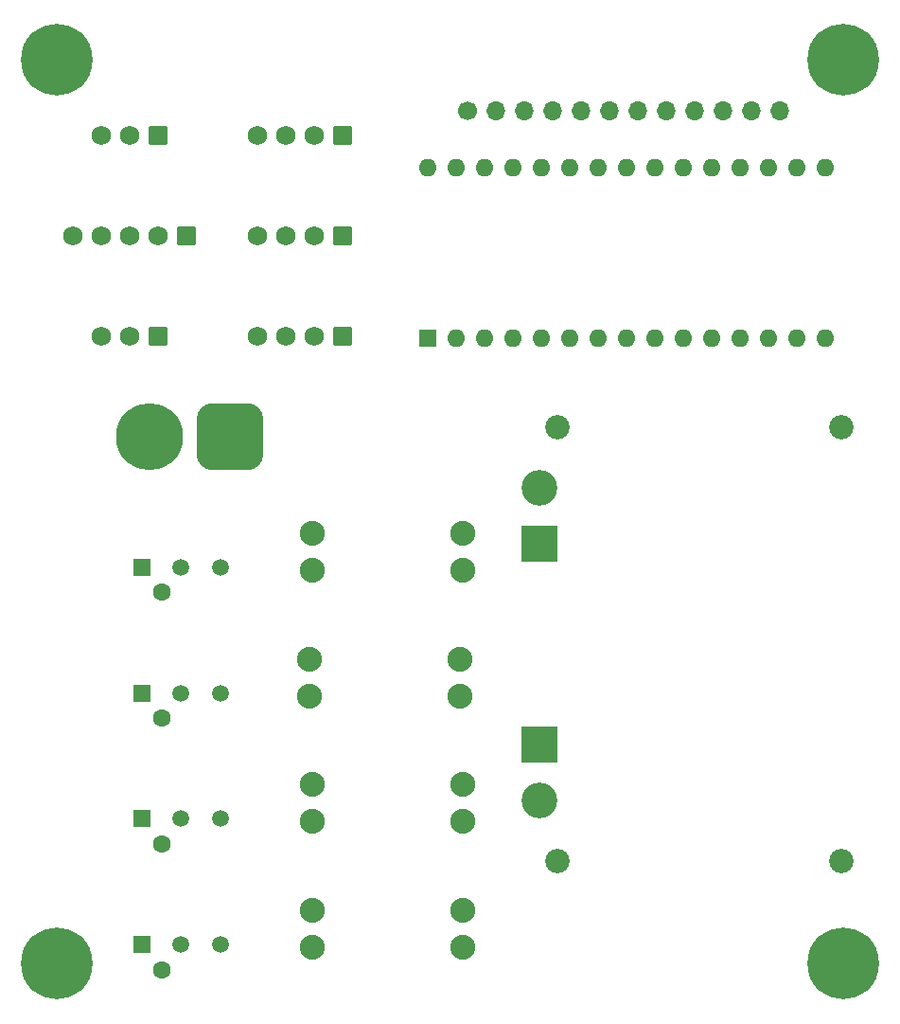
<source format=gts>
G04 #@! TF.GenerationSoftware,KiCad,Pcbnew,(6.0.8)*
G04 #@! TF.CreationDate,2022-10-29T14:17:15-07:00*
G04 #@! TF.ProjectId,unified_elec_steering,756e6966-6965-4645-9f65-6c65635f7374,A*
G04 #@! TF.SameCoordinates,Original*
G04 #@! TF.FileFunction,Soldermask,Top*
G04 #@! TF.FilePolarity,Negative*
%FSLAX46Y46*%
G04 Gerber Fmt 4.6, Leading zero omitted, Abs format (unit mm)*
G04 Created by KiCad (PCBNEW (6.0.8)) date 2022-10-29 14:17:15*
%MOMM*%
%LPD*%
G01*
G04 APERTURE LIST*
G04 Aperture macros list*
%AMRoundRect*
0 Rectangle with rounded corners*
0 $1 Rounding radius*
0 $2 $3 $4 $5 $6 $7 $8 $9 X,Y pos of 4 corners*
0 Add a 4 corners polygon primitive as box body*
4,1,4,$2,$3,$4,$5,$6,$7,$8,$9,$2,$3,0*
0 Add four circle primitives for the rounded corners*
1,1,$1+$1,$2,$3*
1,1,$1+$1,$4,$5*
1,1,$1+$1,$6,$7*
1,1,$1+$1,$8,$9*
0 Add four rect primitives between the rounded corners*
20,1,$1+$1,$2,$3,$4,$5,0*
20,1,$1+$1,$4,$5,$6,$7,0*
20,1,$1+$1,$6,$7,$8,$9,0*
20,1,$1+$1,$8,$9,$2,$3,0*%
G04 Aperture macros list end*
%ADD10RoundRect,1.500000X1.500000X1.500000X-1.500000X1.500000X-1.500000X-1.500000X1.500000X-1.500000X0*%
%ADD11C,6.000000*%
%ADD12C,1.700000*%
%ADD13O,1.700000X1.700000*%
%ADD14C,1.600000*%
%ADD15R,1.520000X1.520000*%
%ADD16C,1.520000*%
%ADD17C,2.235200*%
%ADD18RoundRect,0.250000X0.620000X0.620000X-0.620000X0.620000X-0.620000X-0.620000X0.620000X-0.620000X0*%
%ADD19C,1.740000*%
%ADD20C,6.400000*%
%ADD21C,2.180000*%
%ADD22C,3.196000*%
%ADD23R,3.196000X3.196000*%
%ADD24R,1.600000X1.600000*%
%ADD25O,1.600000X1.600000*%
G04 APERTURE END LIST*
D10*
X115145000Y-90932000D03*
D11*
X107945000Y-90932000D03*
D12*
X136393000Y-61849000D03*
D13*
X138933000Y-61849000D03*
X141473000Y-61849000D03*
X144013000Y-61849000D03*
X146553000Y-61849000D03*
X149093000Y-61849000D03*
X151633000Y-61849000D03*
X154173000Y-61849000D03*
X156713000Y-61849000D03*
X159253000Y-61849000D03*
X161793000Y-61849000D03*
X164333000Y-61849000D03*
D14*
X109064983Y-104849001D03*
D15*
X107314987Y-102619001D03*
D16*
X110814988Y-102619001D03*
X114314988Y-102619001D03*
D14*
X109064983Y-127349001D03*
D15*
X107314987Y-125119001D03*
D16*
X110814988Y-125119001D03*
X114314988Y-125119001D03*
D17*
X122555000Y-122068000D03*
X122555000Y-125370000D03*
X136017000Y-122068000D03*
X136017000Y-125370000D03*
D18*
X108712000Y-82002000D03*
D19*
X106172000Y-82002000D03*
X103632000Y-82002000D03*
D18*
X108712000Y-64002000D03*
D19*
X106172000Y-64002000D03*
X103632000Y-64002000D03*
D14*
X109064983Y-138599001D03*
D15*
X107314987Y-136369001D03*
D16*
X110814988Y-136369001D03*
X114314988Y-136369001D03*
D20*
X170057000Y-138075000D03*
D18*
X125222000Y-73008000D03*
D19*
X122682000Y-73008000D03*
X120142000Y-73008000D03*
X117602000Y-73008000D03*
D21*
X144510000Y-128878236D03*
X169910000Y-90078236D03*
X169910000Y-128878236D03*
X144510000Y-90078236D03*
D22*
X142850000Y-95498236D03*
D23*
X142850000Y-100498236D03*
X142850000Y-118438236D03*
D22*
X142850000Y-123438236D03*
D20*
X99720400Y-138075000D03*
D24*
X132842000Y-82159203D03*
D25*
X135382000Y-82159203D03*
X137922000Y-82159203D03*
X140462000Y-82159203D03*
X143002000Y-82159203D03*
X145542000Y-82159203D03*
X148082000Y-82159203D03*
X150622000Y-82159203D03*
X153162000Y-82159203D03*
X155702000Y-82159203D03*
X158242000Y-82159203D03*
X160782000Y-82159203D03*
X163322000Y-82159203D03*
X165862000Y-82159203D03*
X168402000Y-82159203D03*
X168402000Y-66919203D03*
X165862000Y-66919203D03*
X163322000Y-66919203D03*
X160782000Y-66919203D03*
X158242000Y-66919203D03*
X155702000Y-66919203D03*
X153162000Y-66919203D03*
X150622000Y-66919203D03*
X148082000Y-66919203D03*
X145542000Y-66919203D03*
X143002000Y-66919203D03*
X140462000Y-66919203D03*
X137922000Y-66919203D03*
X135382000Y-66919203D03*
X132842000Y-66919203D03*
D18*
X125222000Y-82008000D03*
D19*
X122682000Y-82008000D03*
X120142000Y-82008000D03*
X117602000Y-82008000D03*
D20*
X170057000Y-57273000D03*
D14*
X109064983Y-116099001D03*
D15*
X107314987Y-113869001D03*
D16*
X110814988Y-113869001D03*
X114314988Y-113869001D03*
D17*
X122301000Y-110818000D03*
X122301000Y-114120000D03*
X135763000Y-114120000D03*
X135763000Y-110818000D03*
D18*
X125222000Y-64008000D03*
D19*
X122682000Y-64008000D03*
X120142000Y-64008000D03*
X117602000Y-64008000D03*
D20*
X99720400Y-57277000D03*
D17*
X122555000Y-102870000D03*
X122555000Y-99568000D03*
X136017000Y-99568000D03*
X136017000Y-102870000D03*
D18*
X111252000Y-73002000D03*
D19*
X108712000Y-73002000D03*
X106172000Y-73002000D03*
X103632000Y-73002000D03*
X101092000Y-73002000D03*
D17*
X122555000Y-133318000D03*
X122555000Y-136620000D03*
X136017000Y-136620000D03*
X136017000Y-133318000D03*
M02*

</source>
